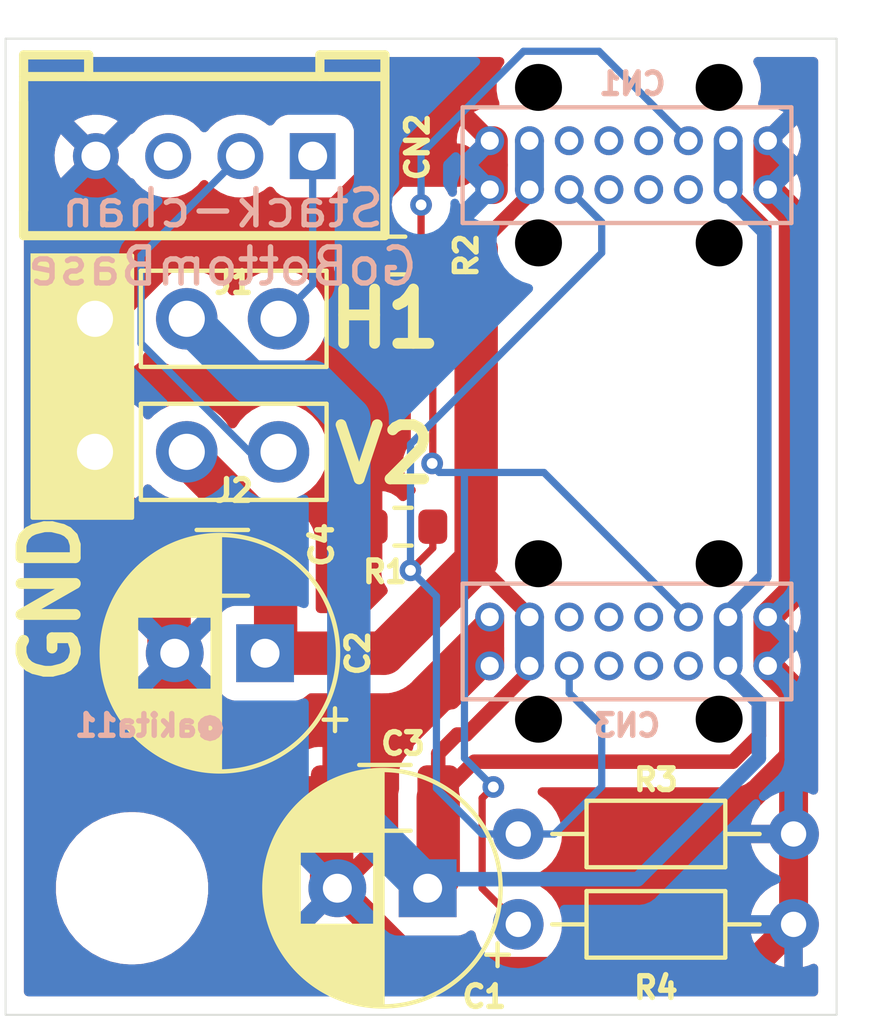
<source format=kicad_pcb>
(kicad_pcb (version 20211014) (generator pcbnew)
  (layers (0 "F.Cu" signal) (31 "B.Cu" signal) (34 "B.Paste" user) (35 "F.Paste" user) (36 "B.SilkS" user "B.Silkscreen") (37 "F.SilkS" user "F.Silkscreen") (38 "B.Mask" user) (39 "F.Mask" user) (44 "Edge.Cuts" user))
  (net 0 "")
  (net 1 "+5V")
  (net 2 "GND")
  (net 3 "/SV1")
  (net 4 "/SV2")
  (net 5 "Net-(CN1-PadA5)")
  (net 9 "Net-(CN1-PadB5)")
  (footprint "akita:CON_GROVE_V" (layer "F.Cu") (at 5.5 3.25 180)
    (fp_text reference "CN2" (at -6.25 1.25 90) (layer "F.SilkS") (effects (font (size 0.6 0.6)) (justify right bottom)))
    (fp_text value "CON_GROVE")
    (fp_line (start -5 -2.2) (end 5 -2.2) (layer "F.SilkS") (width 0.254))
    (fp_line (start 3.2 2.8) (end 5 2.8) (layer "F.SilkS") (width 0.254))
    (fp_line (start -3.2 2.2) (end 3.2 2.2) (layer "F.SilkS") (width 0.254))
    (fp_line (start 3.2 2.2) (end 3.2 2.8) (layer "F.SilkS") (width 0.254))
    (fp_line (start -5 2.2) (end -5 2.8) (layer "F.SilkS") (width 0.254))
    (fp_line (start -3.2 2.8) (end -3.2 2.2) (layer "F.SilkS") (width 0.254))
    (fp_line (start 5 -1.5) (end 5 1.5) (layer "F.SilkS") (width 0.254))
    (fp_line (start -5 -2.2) (end -5 2.2) (layer "F.SilkS") (width 0.254))
    (fp_line (start -5 2.8) (end -3.2 2.8) (layer "F.SilkS") (width 0.254))
    (fp_line (start 5 2.8) (end 5 2.2) (layer "F.SilkS") (width 0.254))
    (fp_line (start -5 2.2) (end -3.2 2.2) (layer "F.SilkS") (width 0.254))
    (fp_line (start 5 2.2) (end 5 -2.2) (layer "F.SilkS") (width 0.254))
    (fp_line (start -5 -1) (end -5 1) (layer "F.SilkS") (width 0.127))
    (fp_line (start 3.2 2.2) (end 5 2.2) (layer "F.SilkS") (width 0.254))
    (pad "1" thru_hole rect locked (at -3 0 180) (size 1.27 1.27) (drill 0.8) (layers *.Cu *.Mask) (net 3 "/SV1"))
    (pad "2" thru_hole circle locked (at -1 0 180) (size 1.27 1.27) (drill 0.8) (layers *.Cu *.Mask) (net 4 "/SV2"))
    (pad "3" thru_hole circle locked (at 1 0 180) (size 1.27 1.27) (drill 0.8) (layers *.Cu *.Mask))
    (pad "4" thru_hole circle locked (at 3 0 180) (size 1.27 1.27) (drill 0.8) (layers *.Cu *.Mask) (net 2 "GND"))
  )
  (footprint "Capacitor_SMD:C_1206_3216Metric" (layer "F.Cu") (at 10.5 21 180)
    (fp_text reference "C3" (at -0.5 1.5) (layer "F.SilkS") (effects (font (size 0.6 0.6))))
    (fp_text value "100u")
    (fp_line (start -0.711252 -0.91) (end 0.711252 -0.91) (layer "F.SilkS") (width 0.12))
    (fp_line (start -0.711252 0.91) (end 0.711252 0.91) (layer "F.SilkS") (width 0.12))
    (pad "1" smd roundrect locked (at -1.475 0 180) (size 1.15 1.8) (layers "F.Cu" "F.Paste" "F.Mask") (roundrect_rratio 0.2173913043) (net 1 "+5V"))
    (pad "2" smd roundrect locked (at 1.475 0 180) (size 1.15 1.8) (layers "F.Cu" "F.Paste" "F.Mask") (roundrect_rratio 0.2173913043) (net 2 "GND"))
  )
  (footprint "Connector_PinHeader_2.54mm:PinHeader_1x03_P2.54mm_Vertical" (layer "F.Cu") (at 2.475 7.75 90)
    (fp_text reference "J1" (at 1 3.84 180) (layer "F.SilkS") (effects (font (size 0.6 0.6))))
    (fp_text value "Conn_01x03")
    (fp_line (start 1.33 1.27) (end 1.33 6.41) (layer "F.SilkS") (width 0.12))
    (fp_line (start -1.33 -1.33) (end 0 -1.33) (layer "F.SilkS") (width 0.12))
    (fp_line (start -1.33 1.27) (end 1.33 1.27) (layer "F.SilkS") (width 0.12))
    (fp_line (start -1.33 6.41) (end 1.33 6.41) (layer "F.SilkS") (width 0.12))
    (fp_line (start -1.33 0) (end -1.33 -1.33) (layer "F.SilkS") (width 0.12))
    (fp_line (start -1.33 1.27) (end -1.33 6.41) (layer "F.SilkS") (width 0.12))
    (pad "1" thru_hole rect locked (at 0 0 90) (size 1.7 1.7) (drill 1) (layers *.Cu *.Mask) (net 2 "GND"))
    (pad "2" thru_hole oval locked (at 0 2.54 90) (size 1.7 1.7) (drill 1) (layers *.Cu *.Mask) (net 1 "+5V"))
    (pad "3" thru_hole oval locked (at 0 5.08 90) (size 1.7 1.7) (drill 1) (layers *.Cu *.Mask) (net 3 "/SV1"))
  )
  (footprint "Resistor_SMD:R_0603_1608Metric" (layer "F.Cu") (at 10.825 6 180)
    (fp_text reference "R2" (at -1.925 0 90) (layer "F.SilkS") (effects (font (size 0.6 0.6))))
    (fp_text value "5.1k")
    (fp_line (start -0.237258 -0.5225) (end 0.237258 -0.5225) (layer "F.SilkS") (width 0.12))
    (fp_line (start -0.237258 0.5225) (end 0.237258 0.5225) (layer "F.SilkS") (width 0.12))
    (pad "1" smd roundrect locked (at -0.825 0 180) (size 0.8 0.95) (layers "F.Cu" "F.Paste" "F.Mask") (net 5 "Net-(CN1-PadA5)"))
    (pad "2" smd roundrect locked (at 0.825 0 180) (size 0.8 0.95) (layers "F.Cu" "F.Paste" "F.Mask") (net 2 "GND"))
  )
  (footprint "Capacitor_THT:CP_Radial_D6.3mm_P2.50mm" (layer "F.Cu") (at 7.18238 17 180)
    (fp_text reference "C2" (at -2.56762 0 90) (layer "F.SilkS") (effects (font (size 0.6 0.6))))
    (fp_text value "100u")
    (fp_line (start 3.211 1.04) (end 3.211 2.578) (layer "F.SilkS") (width 0.12))
    (fp_line (start 2.851 1.04) (end 2.851 2.812) (layer "F.SilkS") (width 0.12))
    (fp_line (start 4.251 -1.262) (end 4.251 1.262) (layer "F.SilkS") (width 0.12))
    (fp_line (start 3.131 1.04) (end 3.131 2.636) (layer "F.SilkS") (width 0.12))
    (fp_line (start 1.25 -3.23) (end 1.25 3.23) (layer "F.SilkS") (width 0.12))
    (fp_line (start 3.691 -2.137) (end 3.691 2.137) (layer "F.SilkS") (width 0.12))
    (fp_line (start 2.371 1.04) (end 2.371 3.033) (layer "F.SilkS") (width 0.12))
    (fp_line (start 2.731 1.04) (end 2.731 2.876) (layer "F.SilkS") (width 0.12))
    (fp_line (start 3.771 -2.044) (end 3.771 2.044) (layer "F.SilkS") (width 0.12))
    (fp_line (start 2.491 1.04) (end 2.491 2.986) (layer "F.SilkS") (width 0.12))
    (fp_line (start 2.371 -3.033) (end 2.371 -1.04) (layer "F.SilkS") (width 0.12))
    (fp_line (start 3.811 -1.995) (end 3.811 1.995) (layer "F.SilkS") (width 0.12))
    (fp_line (start 3.731 -2.092) (end 3.731 2.092) (layer "F.SilkS") (width 0.12))
    (fp_line (start 2.171 -3.098) (end 2.171 -1.04) (layer "F.SilkS") (width 0.12))
    (fp_line (start 1.29 -3.23) (end 1.29 3.23) (layer "F.SilkS") (width 0.12))
    (fp_line (start 1.45 -3.224) (end 1.45 3.224) (layer "F.SilkS") (width 0.12))
    (fp_line (start 1.65 1.04) (end 1.65 3.206) (layer "F.SilkS") (width 0.12))
    (fp_line (start 2.931 1.04) (end 2.931 2.766) (layer "F.SilkS") (width 0.12))
    (fp_line (start 2.691 -2.896) (end 2.691 -1.04) (layer "F.SilkS") (width 0.12))
    (fp_line (start 3.371 1.04) (end 3.371 2.45) (layer "F.SilkS") (width 0.12))
    (fp_line (start 2.611 1.04) (end 2.611 2.934) (layer "F.SilkS") (width 0.12))
    (fp_line (start 2.331 -3.047) (end 2.331 -1.04) (layer "F.SilkS") (width 0.12))
    (fp_line (start 1.57 1.04) (end 1.57 3.215) (layer "F.SilkS") (width 0.12))
    (fp_line (start 2.651 -2.916) (end 2.651 -1.04) (layer "F.SilkS") (width 0.12))
    (fp_line (start 2.131 -3.11) (end 2.131 -1.04) (layer "F.SilkS") (width 0.12))
    (fp_line (start 2.451 -3.002) (end 2.451 -1.04) (layer "F.SilkS") (width 0.12))
    (fp_line (start 3.211 -2.578) (end 3.211 -1.04) (layer "F.SilkS") (width 0.12))
    (fp_line (start 4.211 -1.35) (end 4.211 1.35) (layer "F.SilkS") (width 0.12))
    (fp_line (start 2.291 -3.061) (end 2.291 -1.04) (layer "F.SilkS") (width 0.12))
    (fp_line (start 2.331 1.04) (end 2.331 3.047) (layer "F.SilkS") (width 0.12))
    (fp_line (start 4.051 -1.65) (end 4.051 1.65) (layer "F.SilkS") (width 0.12))
    (fp_line (start 1.69 -3.201) (end 1.69 -1.04) (layer "F.SilkS") (width 0.12))
    (fp_line (start 3.651 -2.182) (end 3.651 2.182) (layer "F.SilkS") (width 0.12))
    (fp_line (start 3.131 -2.636) (end 3.131 -1.04) (layer "F.SilkS") (width 0.12))
    (fp_line (start 1.53 -3.218) (end 1.53 -1.04) (layer "F.SilkS") (width 0.12))
    (fp_line (start 1.93 1.04) (end 1.93 3.159) (layer "F.SilkS") (width 0.12))
    (fp_line (start 3.011 1.04) (end 3.011 2.716) (layer "F.SilkS") (width 0.12))
    (fp_line (start 2.091 -3.121) (end 2.091 -1.04) (layer "F.SilkS") (width 0.12))
    (fp_line (start 2.571 -2.952) (end 2.571 -1.04) (layer "F.SilkS") (width 0.12))
    (fp_line (start 2.971 -2.742) (end 2.971 -1.04) (layer "F.SilkS") (width 0.12))
    (fp_line (start 3.251 1.04) (end 3.251 2.548) (layer "F.SilkS") (width 0.12))
    (fp_line (start 4.411 -0.802) (end 4.411 0.802) (layer "F.SilkS") (width 0.12))
    (fp_line (start 2.731 -2.876) (end 2.731 -1.04) (layer "F.SilkS") (width 0.12))
    (fp_line (start 3.611 -2.224) (end 3.611 2.224) (layer "F.SilkS") (width 0.12))
    (fp_line (start 3.451 1.04) (end 3.451 2.38) (layer "F.SilkS") (width 0.12))
    (fp_line (start 1.73 1.04) (end 1.73 3.195) (layer "F.SilkS") (width 0.12))
    (fp_line (start 4.291 -1.165) (end 4.291 1.165) (layer "F.SilkS") (width 0.12))
    (fp_line (start 1.89 1.04) (end 1.89 3.167) (layer "F.SilkS") (width 0.12))
    (fp_line (start 3.291 -2.516) (end 3.291 -1.04) (layer "F.SilkS") (width 0.12))
    (fp_line (start 2.411 1.04) (end 2.411 3.018) (layer "F.SilkS") (width 0.12))
    (fp_line (start 1.77 -3.189) (end 1.77 -1.04) (layer "F.SilkS") (width 0.12))
    (fp_line (start 1.85 1.04) (end 1.85 3.175) (layer "F.SilkS") (width 0.12))
    (fp_line (start 3.051 1.04) (end 3.051 2.69) (layer "F.SilkS") (width 0.12))
    (fp_line (start 1.61 -3.211) (end 1.61 -1.04) (layer "F.SilkS") (width 0.12))
    (fp_line (start 3.491 1.04) (end 3.491 2.343) (layer "F.SilkS") (width 0.12))
    (fp_line (start 1.81 1.04) (end 1.81 3.182) (layer "F.SilkS") (width 0.12))
    (fp_line (start 3.571 -2.265) (end 3.571 2.265) (layer "F.SilkS") (width 0.12))
    (fp_line (start 3.531 -2.305) (end 3.531 -1.04) (layer "F.SilkS") (width 0.12))
    (fp_line (start 4.451 -0.633) (end 4.451 0.633) (layer "F.SilkS") (width 0.12))
    (fp_line (start 2.251 -3.074) (end 2.251 -1.04) (layer "F.SilkS") (width 0.12))
    (fp_line (start 3.971 -1.776) (end 3.971 1.776) (layer "F.SilkS") (width 0.12))
    (fp_line (start -2.250241 -1.839) (end -1.620241 -1.839) (layer "F.SilkS") (width 0.12))
    (fp_line (start 2.251 1.04) (end 2.251 3.074) (layer "F.SilkS") (width 0.12))
    (fp_line (start 1.73 -3.195) (end 1.73 -1.04) (layer "F.SilkS") (width 0.12))
    (fp_line (start 3.531 1.04) (end 3.531 2.305) (layer "F.SilkS") (width 0.12))
    (fp_line (start 3.171 1.04) (end 3.171 2.607) (layer "F.SilkS") (width 0.12))
    (fp_line (start 4.371 -0.94) (end 4.371 0.94) (layer "F.SilkS") (width 0.12))
    (fp_line (start 3.371 -2.45) (end 3.371 -1.04) (layer "F.SilkS") (width 0.12))
    (fp_line (start 1.69 1.04) (end 1.69 3.201) (layer "F.SilkS") (width 0.12))
    (fp_line (start 2.531 1.04) (end 2.531 2.97) (layer "F.SilkS") (width 0.12))
    (fp_line (start 2.891 1.04) (end 2.891 2.79) (layer "F.SilkS") (width 0.12))
    (fp_line (start 1.971 -3.15) (end 1.971 -1.04) (layer "F.SilkS") (width 0.12))
    (fp_line (start 2.211 1.04) (end 2.211 3.086) (layer "F.SilkS") (width 0.12))
    (fp_line (start 2.531 -2.97) (end 2.531 -1.04) (layer "F.SilkS") (width 0.12))
    (fp_line (start 4.331 -1.059) (end 4.331 1.059) (layer "F.SilkS") (width 0.12))
    (fp_line (start 4.091 -1.581) (end 4.091 1.581) (layer "F.SilkS") (width 0.12))
    (fp_line (start 2.171 1.04) (end 2.171 3.098) (layer "F.SilkS") (width 0.12))
    (fp_line (start 3.051 -2.69) (end 3.051 -1.04) (layer "F.SilkS") (width 0.12))
    (fp_line (start 4.011 -1.714) (end 4.011 1.714) (layer "F.SilkS") (width 0.12))
    (fp_line (start 2.971 1.04) (end 2.971 2.742) (layer "F.SilkS") (width 0.12))
    (fp_line (start 3.931 -1.834) (end 3.931 1.834) (layer "F.SilkS") (width 0.12))
    (fp_line (start 2.211 -3.086) (end 2.211 -1.04) (layer "F.SilkS") (width 0.12))
    (fp_line (start -1.935241 -2.154) (end -1.935241 -1.524) (layer "F.SilkS") (width 0.12))
    (fp_line (start 1.49 -3.222) (end 1.49 -1.04) (layer "F.SilkS") (width 0.12))
    (fp_line (start 1.41 -3.227) (end 1.41 3.227) (layer "F.SilkS") (width 0.12))
    (fp_line (start 1.89 -3.167) (end 1.89 -1.04) (layer "F.SilkS") (width 0.12))
    (fp_line (start 3.331 -2.484) (end 3.331 -1.04) (layer "F.SilkS") (width 0.12))
    (fp_line (start 3.451 -2.38) (end 3.451 -1.04) (layer "F.SilkS") (width 0.12))
    (fp_line (start 2.411 -3.018) (end 2.411 -1.04) (layer "F.SilkS") (width 0.12))
    (fp_line (start 4.131 -1.509) (end 4.131 1.509) (layer "F.SilkS") (width 0.12))
    (fp_line (start 3.251 -2.548) (end 3.251 -1.04) (layer "F.SilkS") (width 0.12))
    (fp_line (start 3.091 1.04) (end 3.091 2.664) (layer "F.SilkS") (width 0.12))
    (fp_line (start 2.131 1.04) (end 2.131 3.11) (layer "F.SilkS") (width 0.12))
    (fp_line (start 1.61 1.04) (end 1.61 3.211) (layer "F.SilkS") (width 0.12))
    (fp_line (start 3.011 -2.716) (end 3.011 -1.04) (layer "F.SilkS") (width 0.12))
    (fp_line (start 4.171 -1.432) (end 4.171 1.432) (layer "F.SilkS") (width 0.12))
    (fp_line (start 1.49 1.04) (end 1.49 3.222) (layer "F.SilkS") (width 0.12))
    (fp_line (start 1.37 -3.228) (end 1.37 3.228) (layer "F.SilkS") (width 0.12))
    (fp_line (start 3.411 1.04) (end 3.411 2.416) (layer "F.SilkS") (width 0.12))
    (fp_line (start 3.091 -2.664) (end 3.091 -1.04) (layer "F.SilkS") (width 0.12))
    (fp_line (start 4.491 -0.402) (end 4.491 0.402) (layer "F.SilkS") (width 0.12))
    (fp_line (start 2.011 -3.141) (end 2.011 -1.04) (layer "F.SilkS") (width 0.12))
    (fp_line (start 1.65 -3.206) (end 1.65 -1.04) (layer "F.SilkS") (width 0.12))
    (fp_line (start 2.051 -3.131) (end 2.051 -1.04) (layer "F.SilkS") (width 0.12))
    (fp_line (start 3.891 -1.89) (end 3.891 1.89) (layer "F.SilkS") (width 0.12))
    (fp_line (start 1.57 -3.215) (end 1.57 -1.04) (layer "F.SilkS") (width 0.12))
    (fp_line (start 1.81 -3.182) (end 1.81 -1.04) (layer "F.SilkS") (width 0.12))
    (fp_line (start 3.411 -2.416) (end 3.411 -1.04) (layer "F.SilkS") (width 0.12))
    (fp_line (start 2.451 1.04) (end 2.451 3.002) (layer "F.SilkS") (width 0.12))
    (fp_line (start 2.891 -2.79) (end 2.891 -1.04) (layer "F.SilkS") (width 0.12))
    (fp_line (start 2.011 1.04) (end 2.011 3.141) (layer "F.SilkS") (width 0.12))
    (fp_line (start 2.811 1.04) (end 2.811 2.834) (layer "F.SilkS") (width 0.12))
    (fp_line (start 2.571 1.04) (end 2.571 2.952) (layer "F.SilkS") (width 0.12))
    (fp_line (start 1.77 1.04) (end 1.77 3.189) (layer "F.SilkS") (width 0.12))
    (fp_line (start 1.85 -3.175) (end 1.85 -1.04) (layer "F.SilkS") (width 0.12))
    (fp_line (start 1.93 -3.159) (end 1.93 -1.04) (layer "F.SilkS") (width 0.12))
    (fp_line (start 2.691 1.04) (end 2.691 2.896) (layer "F.SilkS") (width 0.12))
    (fp_line (start 2.811 -2.834) (end 2.811 -1.04) (layer "F.SilkS") (width 0.12))
    (fp_line (start 3.851 -1.944) (end 3.851 1.944) (layer "F.SilkS") (width 0.12))
    (fp_line (start 2.051 1.04) (end 2.051 3.131) (layer "F.SilkS") (width 0.12))
    (fp_line (start 2.291 1.04) (end 2.291 3.061) (layer "F.SilkS") (width 0.12))
    (fp_line (start 1.53 1.04) (end 1.53 3.218) (layer "F.SilkS") (width 0.12))
    (fp_line (start 1.33 -3.23) (end 1.33 3.23) (layer "F.SilkS") (width 0.12))
    (fp_line (start 2.091 1.04) (end 2.091 3.121) (layer "F.SilkS") (width 0.12))
    (fp_line (start 2.851 -2.812) (end 2.851 -1.04) (layer "F.SilkS") (width 0.12))
    (fp_line (start 2.491 -2.986) (end 2.491 -1.04) (layer "F.SilkS") (width 0.12))
    (fp_line (start 3.291 1.04) (end 3.291 2.516) (layer "F.SilkS") (width 0.12))
    (fp_line (start 2.611 -2.934) (end 2.611 -1.04) (layer "F.SilkS") (width 0.12))
    (fp_line (start 2.771 1.04) (end 2.771 2.856) (layer "F.SilkS") (width 0.12))
    (fp_line (start 2.651 1.04) (end 2.651 2.916) (layer "F.SilkS") (width 0.12))
    (fp_line (start 2.771 -2.856) (end 2.771 -1.04) (layer "F.SilkS") (width 0.12))
    (fp_line (start 2.931 -2.766) (end 2.931 -1.04) (layer "F.SilkS") (width 0.12))
    (fp_line (start 3.331 1.04) (end 3.331 2.484) (layer "F.SilkS") (width 0.12))
    (fp_line (start 3.171 -2.607) (end 3.171 -1.04) (layer "F.SilkS") (width 0.12))
    (fp_line (start 3.491 -2.343) (end 3.491 -1.04) (layer "F.SilkS") (width 0.12))
    (fp_line (start 1.971 1.04) (end 1.971 3.15) (layer "F.SilkS") (width 0.12))
    (fp_circle (center 1.25 0) (end 4.52 0) (layer "F.SilkS") (width 0.12) (fill none))
    (pad "1" thru_hole rect locked (at 0 0 180) (size 1.6 1.6) (drill 0.8) (layers *.Cu *.Mask) (net 1 "+5V"))
    (pad "2" thru_hole circle locked (at 2.5 0 180) (size 1.6 1.6) (drill 0.8) (layers *.Cu *.Mask) (net 2 "GND"))
  )
  (footprint "MountingHole:MountingHole_3.2mm_M3" (layer "F.Cu") (at 17 10)
    (fp_text reference "REF**" hide)
    (fp_text value "MountingHole_3.2mm_M3" hide)
    (pad "" np_thru_hole circle locked (at 0 0) (size 3.2 3.2) (drill 3.2) (layers *.Cu *.Mask))
  )
  (footprint "Resistor_THT:R_Axial_DIN0204_L3.6mm_D1.6mm_P7.62mm_Horizontal" (layer "F.Cu") (at 14.19 22)
    (fp_text reference "R3" (at 3.81 -1.5) (layer "F.SilkS") (effects (font (size 0.6 0.6))))
    (fp_text value "5.1k")
    (fp_line (start 5.73 0.92) (end 5.73 -0.92) (layer "F.SilkS") (width 0.12))
    (fp_line (start 5.73 -0.92) (end 1.89 -0.92) (layer "F.SilkS") (width 0.12))
    (fp_line (start 0.94 0) (end 1.89 0) (layer "F.SilkS") (width 0.12))
    (fp_line (start 6.68 0) (end 5.73 0) (layer "F.SilkS") (width 0.12))
    (fp_line (start 1.89 -0.92) (end 1.89 0.92) (layer "F.SilkS") (width 0.12))
    (fp_line (start 1.89 0.92) (end 5.73 0.92) (layer "F.SilkS") (width 0.12))
    (pad "1" thru_hole circle locked (at 0 0) (size 1.4 1.4) (drill 0.7) (layers *.Cu *.Mask) (net 9 "Net-(CN1-PadB5)"))
    (pad "2" thru_hole oval locked (at 7.62 0) (size 1.4 1.4) (drill 0.7) (layers *.Cu *.Mask) (net 2 "GND"))
  )
  (footprint "MountingHole:MountingHole_3.2mm_M3" (layer "F.Cu") (at 3.5 23.5)
    (fp_text reference "REF**" hide)
    (fp_text value "MountingHole_3.2mm_M3" hide)
    (pad "" np_thru_hole circle locked (at 0 0) (size 3.2 3.2) (drill 3.2) (layers *.Cu *.Mask))
  )
  (footprint "Resistor_THT:R_Axial_DIN0204_L3.6mm_D1.6mm_P7.62mm_Horizontal" (layer "F.Cu") (at 14.19 24.5)
    (fp_text reference "R4" (at 3.81 1.75) (layer "F.SilkS") (effects (font (size 0.6 0.6))))
    (fp_text value "5.1k")
    (fp_line (start 5.73 0.92) (end 5.73 -0.92) (layer "F.SilkS") (width 0.12))
    (fp_line (start 0.94 0) (end 1.89 0) (layer "F.SilkS") (width 0.12))
    (fp_line (start 6.68 0) (end 5.73 0) (layer "F.SilkS") (width 0.12))
    (fp_line (start 1.89 -0.92) (end 1.89 0.92) (layer "F.SilkS") (width 0.12))
    (fp_line (start 1.89 0.92) (end 5.73 0.92) (layer "F.SilkS") (width 0.12))
    (fp_line (start 5.73 -0.92) (end 1.89 -0.92) (layer "F.SilkS") (width 0.12))
    (pad "1" thru_hole circle locked (at 0 0) (size 1.4 1.4) (drill 0.7) (layers *.Cu *.Mask) (net 5 "Net-(CN1-PadA5)"))
    (pad "2" thru_hole oval locked (at 7.62 0) (size 1.4 1.4) (drill 0.7) (layers *.Cu *.Mask) (net 2 "GND"))
  )
  (footprint "Capacitor_SMD:C_1206_3216Metric" (layer "F.Cu") (at 6 14.5 180)
    (fp_text reference "C4" (at -2.75 0.5 90) (layer "F.SilkS") (effects (font (size 0.6 0.6))))
    (fp_text value "100u")
    (fp_line (start -0.711252 -0.91) (end 0.711252 -0.91) (layer "F.SilkS") (width 0.12))
    (fp_line (start -0.711252 0.91) (end 0.711252 0.91) (layer "F.SilkS") (width 0.12))
    (pad "1" smd roundrect locked (at -1.475 0 180) (size 1.15 1.8) (layers "F.Cu" "F.Paste" "F.Mask") (roundrect_rratio 0.2173913043) (net 1 "+5V"))
    (pad "2" smd roundrect locked (at 1.475 0 180) (size 1.15 1.8) (layers "F.Cu" "F.Paste" "F.Mask") (roundrect_rratio 0.2173913043) (net 2 "GND"))
  )
  (footprint "Capacitor_THT:CP_Radial_D6.3mm_P2.50mm" (layer "F.Cu") (at 11.68238 23.5 180)
    (fp_text reference "C1" (at -1.56762 -3) (layer "F.SilkS") (effects (font (size 0.6 0.6))))
    (fp_text value "100u")
    (fp_line (start 2.651 1.04) (end 2.651 2.916) (layer "F.SilkS") (width 0.12))
    (fp_line (start 1.69 -3.201) (end 1.69 -1.04) (layer "F.SilkS") (width 0.12))
    (fp_line (start 2.891 -2.79) (end 2.891 -1.04) (layer "F.SilkS") (width 0.12))
    (fp_line (start 1.61 1.04) (end 1.61 3.211) (layer "F.SilkS") (width 0.12))
    (fp_line (start 1.85 -3.175) (end 1.85 -1.04) (layer "F.SilkS") (width 0.12))
    (fp_line (start 3.091 -2.664) (end 3.091 -1.04) (layer "F.SilkS") (width 0.12))
    (fp_line (start 4.331 -1.059) (end 4.331 1.059) (layer "F.SilkS") (width 0.12))
    (fp_line (start 3.611 -2.224) (end 3.611 2.224) (layer "F.SilkS") (width 0.12))
    (fp_line (start 2.851 -2.812) (end 2.851 -1.04) (layer "F.SilkS") (width 0.12))
    (fp_line (start 2.691 1.04) (end 2.691 2.896) (layer "F.SilkS") (width 0.12))
    (fp_line (start 3.771 -2.044) (end 3.771 2.044) (layer "F.SilkS") (width 0.12))
    (fp_line (start 2.171 1.04) (end 2.171 3.098) (layer "F.SilkS") (width 0.12))
    (fp_line (start 3.371 -2.45) (end 3.371 -1.04) (layer "F.SilkS") (width 0.12))
    (fp_line (start 1.61 -3.211) (end 1.61 -1.04) (layer "F.SilkS") (width 0.12))
    (fp_line (start 2.091 -3.121) (end 2.091 -1.04) (layer "F.SilkS") (width 0.12))
    (fp_line (start 2.291 -3.061) (end 2.291 -1.04) (layer "F.SilkS") (width 0.12))
    (fp_line (start 3.091 1.04) (end 3.091 2.664) (layer "F.SilkS") (width 0.12))
    (fp_line (start 1.73 -3.195) (end 1.73 -1.04) (layer "F.SilkS") (width 0.12))
    (fp_line (start 3.251 -2.548) (end 3.251 -1.04) (layer "F.SilkS") (width 0.12))
    (fp_line (start 2.891 1.04) (end 2.891 2.79) (layer "F.SilkS") (width 0.12))
    (fp_line (start 2.491 1.04) (end 2.491 2.986) (layer "F.SilkS") (width 0.12))
    (fp_line (start 1.65 1.04) (end 1.65 3.206) (layer "F.SilkS") (width 0.12))
    (fp_line (start 1.77 1.04) (end 1.77 3.189) (layer "F.SilkS") (width 0.12))
    (fp_line (start 4.091 -1.581) (end 4.091 1.581) (layer "F.SilkS") (width 0.12))
    (fp_line (start 4.171 -1.432) (end 4.171 1.432) (layer "F.SilkS") (width 0.12))
    (fp_line (start 2.051 1.04) (end 2.051 3.131) (layer "F.SilkS") (width 0.12))
    (fp_line (start 2.411 1.04) (end 2.411 3.018) (layer "F.SilkS") (width 0.12))
    (fp_line (start 3.211 1.04) (end 3.211 2.578) (layer "F.SilkS") (width 0.12))
    (fp_line (start 4.411 -0.802) (end 4.411 0.802) (layer "F.SilkS") (width 0.12))
    (fp_line (start 1.93 -3.159) (end 1.93 -1.04) (layer "F.SilkS") (width 0.12))
    (fp_line (start 2.731 -2.876) (end 2.731 -1.04) (layer "F.SilkS") (width 0.12))
    (fp_line (start 3.531 1.04) (end 3.531 2.305) (layer "F.SilkS") (width 0.12))
    (fp_line (start 4.251 -1.262) (end 4.251 1.262) (layer "F.SilkS") (width 0.12))
    (fp_line (start 3.651 -2.182) (end 3.651 2.182) (layer "F.SilkS") (width 0.12))
    (fp_line (start 2.771 -2.856) (end 2.771 -1.04) (layer "F.SilkS") (width 0.12))
    (fp_line (start 4.131 -1.509) (end 4.131 1.509) (layer "F.SilkS") (width 0.12))
    (fp_line (start 2.091 1.04) (end 2.091 3.121) (layer "F.SilkS") (width 0.12))
    (fp_line (start 2.971 -2.742) (end 2.971 -1.04) (layer "F.SilkS") (width 0.12))
    (fp_line (start 3.411 1.04) (end 3.411 2.416) (layer "F.SilkS") (width 0.12))
    (fp_line (start 1.57 -3.215) (end 1.57 -1.04) (layer "F.SilkS") (width 0.12))
    (fp_line (start 2.491 -2.986) (end 2.491 -1.04) (layer "F.SilkS") (width 0.12))
    (fp_line (start 2.131 -3.11) (end 2.131 -1.04) (layer "F.SilkS") (width 0.12))
    (fp_line (start 2.971 1.04) (end 2.971 2.742) (layer "F.SilkS") (width 0.12))
    (fp_line (start 3.571 -2.265) (end 3.571 2.265) (layer "F.SilkS") (width 0.12))
    (fp_line (start 3.171 -2.607) (end 3.171 -1.04) (layer "F.SilkS") (width 0.12))
    (fp_line (start 2.171 -3.098) (end 2.171 -1.04) (layer "F.SilkS") (width 0.12))
    (fp_line (start 1.81 -3.182) (end 1.81 -1.04) (layer "F.SilkS") (width 0.12))
    (fp_line (start 3.971 -1.776) (end 3.971 1.776) (layer "F.SilkS") (width 0.12))
    (fp_line (start 2.691 -2.896) (end 2.691 -1.04) (layer "F.SilkS") (width 0.12))
    (fp_line (start 2.011 -3.141) (end 2.011 -1.04) (layer "F.SilkS") (width 0.12))
    (fp_line (start 2.931 -2.766) (end 2.931 -1.04) (layer "F.SilkS") (width 0.12))
    (fp_line (start 2.331 1.04) (end 2.331 3.047) (layer "F.SilkS") (width 0.12))
    (fp_line (start 1.65 -3.206) (end 1.65 -1.04) (layer "F.SilkS") (width 0.12))
    (fp_line (start 1.85 1.04) (end 1.85 3.175) (layer "F.SilkS") (width 0.12))
    (fp_line (start -2.250241 -1.839) (end -1.620241 -1.839) (layer "F.SilkS") (width 0.12))
    (fp_line (start 1.53 1.04) (end 1.53 3.218) (layer "F.SilkS") (width 0.12))
    (fp_line (start 3.731 -2.092) (end 3.731 2.092) (layer "F.SilkS") (width 0.12))
    (fp_line (start 3.331 -2.484) (end 3.331 -1.04) (layer "F.SilkS") (width 0.12))
    (fp_line (start 3.291 1.04) (end 3.291 2.516) (layer "F.SilkS") (width 0.12))
    (fp_line (start -1.935241 -2.154) (end -1.935241 -1.524) (layer "F.SilkS") (width 0.12))
    (fp_line (start 3.011 1.04) (end 3.011 2.716) (layer "F.SilkS") (width 0.12))
    (fp_line (start 3.171 1.04) (end 3.171 2.607) (layer "F.SilkS") (width 0.12))
    (fp_line (start 2.651 -2.916) (end 2.651 -1.04) (layer "F.SilkS") (width 0.12))
    (fp_line (start 3.211 -2.578) (end 3.211 -1.04) (layer "F.SilkS") (width 0.12))
    (fp_line (start 3.331 1.04) (end 3.331 2.484) (layer "F.SilkS") (width 0.12))
    (fp_line (start 2.051 -3.131) (end 2.051 -1.04) (layer "F.SilkS") (width 0.12))
    (fp_line (start 1.33 -3.23) (end 1.33 3.23) (layer "F.SilkS") (width 0.12))
    (fp_line (start 3.691 -2.137) (end 3.691 2.137) (layer "F.SilkS") (width 0.12))
    (fp_line (start 2.371 -3.033) (end 2.371 -1.04) (layer "F.SilkS") (width 0.12))
    (fp_line (start 1.53 -3.218) (end 1.53 -1.04) (layer "F.SilkS") (width 0.12))
    (fp_line (start 4.451 -0.633) (end 4.451 0.633) (layer "F.SilkS") (width 0.12))
    (fp_line (start 2.571 1.04) (end 2.571 2.952) (layer "F.SilkS") (width 0.12))
    (fp_line (start 2.531 -2.97) (end 2.531 -1.04) (layer "F.SilkS") (width 0.12))
    (fp_line (start 2.811 -2.834) (end 2.811 -1.04) (layer "F.SilkS") (width 0.12))
    (fp_line (start 3.931 -1.834) (end 3.931 1.834) (layer "F.SilkS") (width 0.12))
    (fp_line (start 4.051 -1.65) (end 4.051 1.65) (layer "F.SilkS") (width 0.12))
    (fp_line (start 2.371 1.04) (end 2.371 3.033) (layer "F.SilkS") (width 0.12))
    (fp_line (start 3.451 -2.38) (end 3.451 -1.04) (layer "F.SilkS") (width 0.12))
    (fp_line (start 1.49 1.04) (end 1.49 3.222) (layer "F.SilkS") (width 0.12))
    (fp_line (start 3.531 -2.305) (end 3.531 -1.04) (layer "F.SilkS") (width 0.12))
    (fp_line (start 3.131 1.04) (end 3.131 2.636) (layer "F.SilkS") (width 0.12))
    (fp_line (start 3.131 -2.636) (end 3.131 -1.04) (layer "F.SilkS") (width 0.12))
    (fp_line (start 3.051 -2.69) (end 3.051 -1.04) (layer "F.SilkS") (width 0.12))
    (fp_line (start 2.571 -2.952) (end 2.571 -1.04) (layer "F.SilkS") (width 0.12))
    (fp_line (start 1.971 1.04) (end 1.971 3.15) (layer "F.SilkS") (width 0.12))
    (fp_line (start 3.891 -1.89) (end 3.891 1.89) (layer "F.SilkS") (width 0.12))
    (fp_line (start 1.41 -3.227) (end 1.41 3.227) (layer "F.SilkS") (width 0.12))
    (fp_line (start 2.771 1.04) (end 2.771 2.856) (layer "F.SilkS") (width 0.12))
    (fp_line (start 3.491 -2.343) (end 3.491 -1.04) (layer "F.SilkS") (width 0.12))
    (fp_line (start 1.89 -3.167) (end 1.89 -1.04) (layer "F.SilkS") (width 0.12))
    (fp_line (start 2.291 1.04) (end 2.291 3.061) (layer "F.SilkS") (width 0.12))
    (fp_line (start 1.93 1.04) (end 1.93 3.159) (layer "F.SilkS") (width 0.12))
    (fp_line (start 1.89 1.04) (end 1.89 3.167) (layer "F.SilkS") (width 0.12))
    (fp_line (start 2.331 -3.047) (end 2.331 -1.04) (layer "F.SilkS") (width 0.12))
    (fp_line (start 2.251 -3.074) (end 2.251 -1.04) (layer "F.SilkS") (width 0.12))
    (fp_line (start 1.37 -3.228) (end 1.37 3.228) (layer "F.SilkS") (width 0.12))
    (fp_line (start 2.131 1.04) (end 2.131 3.11) (layer "F.SilkS") (width 0.12))
    (fp_line (start 4.011 -1.714) (end 4.011 1.714) (layer "F.SilkS") (width 0.12))
    (fp_line (start 1.81 1.04) (end 1.81 3.182) (layer "F.SilkS") (width 0.12))
    (fp_line (start 1.49 -3.222) (end 1.49 -1.04) (layer "F.SilkS") (width 0.12))
    (fp_line (start 1.971 -3.15) (end 1.971 -1.04) (layer "F.SilkS") (width 0.12))
    (fp_line (start 2.931 1.04) (end 2.931 2.766) (layer "F.SilkS") (width 0.12))
    (fp_line (start 3.811 -1.995) (end 3.811 1.995) (layer "F.SilkS") (width 0.12))
    (fp_line (start 1.45 -3.224) (end 1.45 3.224) (layer "F.SilkS") (width 0.12))
    (fp_line (start 2.451 1.04) (end 2.451 3.002) (layer "F.SilkS") (width 0.12))
    (fp_line (start 2.251 1.04) (end 2.251 3.074) (layer "F.SilkS") (width 0.12))
    (fp_line (start 3.371 1.04) (end 3.371 2.45) (layer "F.SilkS") (width 0.12))
    (fp_line (start 3.411 -2.416) (end 3.411 -1.04) (layer "F.SilkS") (width 0.12))
    (fp_line (start 3.051 1.04) (end 3.051 2.69) (layer "F.SilkS") (width 0.12))
    (fp_line (start 4.371 -0.94) (end 4.371 0.94) (layer "F.SilkS") (width 0.12))
    (fp_line (start 1.25 -3.23) (end 1.25 3.23) (layer "F.SilkS") (width 0.12))
    (fp_line (start 1.29 -3.23) (end 1.29 3.23) (layer "F.SilkS") (width 0.12))
    (fp_line (start 1.77 -3.189) (end 1.77 -1.04) (layer "F.SilkS") (width 0.12))
    (fp_line (start 1.73 1.04) (end 1.73 3.195) (layer "F.SilkS") (width 0.12))
    (fp_line (start 4.211 -1.35) (end 4.211 1.35) (layer "F.SilkS") (width 0.12))
    (fp_line (start 2.611 1.04) (end 2.611 2.934) (layer "F.SilkS") (width 0.12))
    (fp_line (start 2.011 1.04) (end 2.011 3.141) (layer "F.SilkS") (width 0.12))
    (fp_line (start 2.851 1.04) (end 2.851 2.812) (layer "F.SilkS") (width 0.12))
    (fp_line (start 4.291 -1.165) (end 4.291 1.165) (layer "F.SilkS") (width 0.12))
    (fp_line (start 2.611 -2.934) (end 2.611 -1.04) (layer "F.SilkS") (width 0.12))
    (fp_line (start 1.57 1.04) (end 1.57 3.215) (layer "F.SilkS") (width 0.12))
    (fp_line (start 2.211 -3.086) (end 2.211 -1.04) (layer "F.SilkS") (width 0.12))
    (fp_line (start 2.531 1.04) (end 2.531 2.97) (layer "F.SilkS") (width 0.12))
    (fp_line (start 2.411 -3.018) (end 2.411 -1.04) (layer "F.SilkS") (width 0.12))
    (fp_line (start 3.291 -2.516) (end 3.291 -1.04) (layer "F.SilkS") (width 0.12))
    (fp_line (start 2.451 -3.002) (end 2.451 -1.04) (layer "F.SilkS") (width 0.12))
    (fp_line (start 1.69 1.04) (end 1.69 3.201) (layer "F.SilkS") (width 0.12))
    (fp_line (start 3.251 1.04) (end 3.251 2.548) (layer "F.SilkS") (width 0.12))
    (fp_line (start 3.491 1.04) (end 3.491 2.343) (layer "F.SilkS") (width 0.12))
    (fp_line (start 2.731 1.04) (end 2.731 2.876) (layer "F.SilkS") (width 0.12))
    (fp_line (start 3.451 1.04) (end 3.451 2.38) (layer "F.SilkS") (width 0.12))
    (fp_line (start 3.851 -1.944) (end 3.851 1.944) (layer "F.SilkS") (width 0.12))
    (fp_line (start 2.811 1.04) (end 2.811 2.834) (layer "F.SilkS") (width 0.12))
    (fp_line (start 2.211 1.04) (end 2.211 3.086) (layer "F.SilkS") (width 0.12))
    (fp_line (start 3.011 -2.716) (end 3.011 -1.04) (layer "F.SilkS") (width 0.12))
    (fp_line (start 4.491 -0.402) (end 4.491 0.402) (layer "F.SilkS") (width 0.12))
    (fp_circle (center 1.25 0) (end 4.52 0) (layer "F.SilkS") (width 0.12) (fill none))
    (pad "1" thru_hole rect locked (at 0 0 180) (size 1.6 1.6) (drill 0.8) (layers *.Cu *.Mask) (net 1 "+5V"))
    (pad "2" thru_hole circle locked (at 2.5 0 180) (size 1.6 1.6) (drill 0.8) (layers *.Cu *.Mask) (net 2 "GND"))
  )
  (footprint "Resistor_SMD:R_0603_1608Metric" (layer "F.Cu") (at 11 13.5 180)
    (fp_text reference "R1" (at 0.5 -1.25) (layer "F.SilkS") (effects (font (size 0.6 0.6))))
    (fp_text value "5.1k")
    (fp_line (start -0.237258 -0.5225) (end 0.237258 -0.5225) (layer "F.SilkS") (width 0.12))
    (fp_line (start -0.237258 0.5225) (end 0.237258 0.5225) (layer "F.SilkS") (width 0.12))
    (pad "1" smd roundrect locked (at -0.825 0 180) (size 0.8 0.95) (layers "F.Cu" "F.Paste" "F.Mask") (net 9 "Net-(CN1-PadB5)"))
    (pad "2" smd roundrect locked (at 0.825 0 180) (size 0.8 0.95) (layers "F.Cu" "F.Paste" "F.Mask") (net 2 "GND"))
  )
  (footprint "Connector_PinHeader_2.54mm:PinHeader_1x03_P2.54mm_Vertical" (layer "F.Cu") (at 2.475 11.43 90)
    (fp_text reference "J2" (at -1.07 3.84) (layer "F.SilkS") (effects (font (size 0.6 0.6))))
    (fp_text value "Conn_01x03")
    (fp_line (start -1.33 1.27) (end -1.33 6.41) (layer "F.SilkS") (width 0.12))
    (fp_line (start -1.33 6.41) (end 1.33 6.41) (layer "F.SilkS") (width 0.12))
    (fp_line (start -1.33 1.27) (end 1.33 1.27) (layer "F.SilkS") (width 0.12))
    (fp_line (start -1.33 0) (end -1.33 -1.33) (layer "F.SilkS") (width 0.12))
    (fp_line (start 1.33 1.27) (end 1.33 6.41) (layer "F.SilkS") (width 0.12))
    (fp_line (start -1.33 -1.33) (end 0 -1.33) (layer "F.SilkS") (width 0.12))
    (pad "1" thru_hole rect locked (at 0 0 90) (size 1.7 1.7) (drill 1) (layers *.Cu *.Mask) (net 2 "GND"))
    (pad "2" thru_hole oval locked (at 0 2.54 90) (size 1.7 1.7) (drill 1) (layers *.Cu *.Mask) (net 1 "+5V"))
    (pad "3" thru_hole oval locked (at 0 5.08 90) (size 1.7 1.7) (drill 1) (layers *.Cu *.Mask) (net 4 "/SV2"))
  )
  (footprint "akita:USB-C_16p_V_TH" (layer "B.Cu") (at 17.25 3.5 180)
    (fp_text reference "CN1" (at -0.1 2.25 unlocked) (layer "B.SilkS") (effects (font (size 0.6 0.6)) (justify mirror)))
    (fp_text value "CON_USB-C-16p")
    (fp_line (start 4.6 1.6) (end 4.6 -1.6) (layer "B.SilkS") (width 0.12))
    (fp_line (start -4.5 -1.6) (end 4.6 -1.6) (layer "B.SilkS") (width 0.12))
    (fp_line (start -4.5 1.6) (end -4.5 -1.6) (layer "B.SilkS") (width 0.12))
    (fp_line (start -4.5 1.6) (end 4.6 1.6) (layer "B.SilkS") (width 0.12))
    (pad "" np_thru_hole circle (at -2.5 -2.15 180) (size 1.3 1.3) (drill 1.3) (layers *.Mask))
    (pad "" np_thru_hole circle (at 2.5 -2.15 180) (size 1.3 1.3) (drill 1.3) (layers *.Mask))
    (pad "" np_thru_hole circle (at -2.5 2.15 180) (size 1.3 1.3) (drill 1.3) (layers *.Mask))
    (pad "" np_thru_hole circle (at 2.5 2.15 180) (size 1.3 1.3) (drill 1.3) (layers *.Mask))
    (pad "A1" thru_hole circle (at -3.85 0.675 180) (size 0.8 0.8) (drill 0.5) (layers *.Cu *.Mask) (net 2 "GND"))
    (pad "A4" thru_hole circle (at -2.75 0.675 180) (size 0.8 0.8) (drill 0.5) (layers *.Cu *.Mask) (net 1 "+5V"))
    (pad "A5" thru_hole circle (at -1.65 0.675 180) (size 0.8 0.8) (drill 0.5) (layers *.Cu *.Mask) (net 5 "Net-(CN1-PadA5)"))
    (pad "A6" thru_hole circle (at -0.55 0.675 180) (size 0.8 0.8) (drill 0.5) (layers *.Cu *.Mask))
    (pad "A7" thru_hole circle (at 0.55 0.675 180) (size 0.8 0.8) (drill 0.5) (layers *.Cu *.Mask))
    (pad "A8" thru_hole circle (at 1.65 0.675 180) (size 0.8 0.8) (drill 0.5) (layers *.Cu *.Mask))
    (pad "A9" thru_hole circle (at 2.75 0.675 180) (size 0.8 0.8) (drill 0.5) (layers *.Cu *.Mask) (net 1 "+5V"))
    (pad "A12" thru_hole circle (at 3.85 0.675 180) (size 0.8 0.8) (drill 0.5) (layers *.Cu *.Mask) (net 2 "GND"))
    (pad "B1" thru_hole circle (at 3.85 -0.675 180) (size 0.8 0.8) (drill 0.5) (layers *.Cu *.Mask) (net 2 "GND"))
    (pad "B4" thru_hole circle (at 2.75 -0.675 180) (size 0.8 0.8) (drill 0.5) (layers *.Cu *.Mask) (net 1 "+5V"))
    (pad "B5" thru_hole circle (at 1.65 -0.675 180) (size 0.8 0.8) (drill 0.5) (layers *.Cu *.Mask) (net 9 "Net-(CN1-PadB5)"))
    (pad "B6" thru_hole circle (at 0.55 -0.675 180) (size 0.8 0.8) (drill 0.5) (layers *.Cu *.Mask))
    (pad "B7" thru_hole circle (at -0.55 -0.675 180) (size 0.8 0.8) (drill 0.5) (layers *.Cu *.Mask))
    (pad "B8" thru_hole circle (at -1.65 -0.675 180) (size 0.8 0.8) (drill 0.5) (layers *.Cu *.Mask))
    (pad "B9" thru_hole circle (at -2.75 -0.675 180) (size 0.8 0.8) (drill 0.5) (layers *.Cu *.Mask) (net 1 "+5V"))
    (pad "B12" thru_hole circle (at -3.85 -0.675 180) (size 0.8 0.8) (drill 0.5) (layers *.Cu *.Mask) (net 2 "GND"))
  )
  (footprint "akita:USB-C_16p_V_TH" (layer "B.Cu") (at 17.25 16.675 180)
    (fp_text reference "CN3" (at 0.05 -2.325 unlocked) (layer "B.SilkS") (effects (font (size 0.6 0.6)) (justify mirror)))
    (fp_text value "CON_USB-C-16p")
    (fp_line (start -4.5 1.6) (end -4.5 -1.6) (layer "B.SilkS") (width 0.12))
    (fp_line (start -4.5 1.6) (end 4.6 1.6) (layer "B.SilkS") (width 0.12))
    (fp_line (start -4.5 -1.6) (end 4.6 -1.6) (layer "B.SilkS") (width 0.12))
    (fp_line (start 4.6 1.6) (end 4.6 -1.6) (layer "B.SilkS") (width 0.12))
    (pad "" np_thru_hole circle (at -2.5 -2.15 180) (size 1.3 1.3) (drill 1.3) (layers *.Mask))
    (pad "" np_thru_hole circle (at 2.5 2.15 180) (size 1.3 1.3) (drill 1.3) (layers *.Mask))
    (pad "" np_thru_hole circle (at 2.5 -2.15 180) (size 1.3 1.3) (drill 1.3) (layers *.Mask))
    (pad "" np_thru_hole circle (at -2.5 2.15 180) (size 1.3 1.3) (drill 1.3) (layers *.Mask))
    (pad "A1" thru_hole circle (at -3.85 0.675 180) (size 0.8 0.8) (drill 0.5) (layers *.Cu *.Mask) (net 2 "GND"))
    (pad "A4" thru_hole circle (at -2.75 0.675 180) (size 0.8 0.8) (drill 0.5) (layers *.Cu *.Mask) (net 1 "+5V"))
    (pad "A5" thru_hole circle (at -1.65 0.675 180) (size 0.8 0.8) (drill 0.5) (layers *.Cu *.Mask) (net 5 "Net-(CN1-PadA5)"))
    (pad "A6" thru_hole circle (at -0.55 0.675 180) (size 0.8 0.8) (drill 0.5) (layers *.Cu *.Mask))
    (pad "A7" thru_hole circle (at 0.55 0.675 180) (size 0.8 0.8) (drill 0.5) (layers *.Cu *.Mask))
    (pad "A8" thru_hole circle (at 1.65 0.675 180) (size 0.8 0.8) (drill 0.5) (layers *.Cu *.Mask))
    (pad "A9" thru_hole circle (at 2.75 0.675 180) (size 0.8 0.8) (drill 0.5) (layers *.Cu *.Mask) (net 1 "+5V"))
    (pad "A12" thru_hole circle (at 3.85 0.675 180) (size 0.8 0.8) (drill 0.5) (layers *.Cu *.Mask) (net 2 "GND"))
    (pad "B1" thru_hole circle (at 3.85 -0.675 180) (size 0.8 0.8) (drill 0.5) (layers *.Cu *.Mask) (net 2 "GND"))
    (pad "B4" thru_hole circle (at 2.75 -0.675 180) (size 0.8 0.8) (drill 0.5) (layers *.Cu *.Mask) (net 1 "+5V"))
    (pad "B5" thru_hole circle (at 1.65 -0.675 180) (size 0.8 0.8) (drill 0.5) (layers *.Cu *.Mask) (net 9 "Net-(CN1-PadB5)"))
    (pad "B6" thru_hole circle (at 0.55 -0.675 180) (size 0.8 0.8) (drill 0.5) (layers *.Cu *.Mask))
    (pad "B7" thru_hole circle (at -0.55 -0.675 180) (size 0.8 0.8) (drill 0.5) (layers *.Cu *.Mask))
    (pad "B8" thru_hole circle (at -1.65 -0.675 180) (size 0.8 0.8) (drill 0.5) (layers *.Cu *.Mask))
    (pad "B9" thru_hole circle (at -2.75 -0.675 180) (size 0.8 0.8) (drill 0.5) (layers *.Cu *.Mask) (net 1 "+5V"))
    (pad "B12" thru_hole circle (at -3.85 -0.675 180) (size 0.8 0.8) (drill 0.5) (layers *.Cu *.Mask) (net 2 "GND"))
  )
  (gr_rect (start 3.5 6) (end 0.75 13.25) (layer "F.SilkS") (width 0.12) (fill solid))
  (gr_line (start 0 27) (end 23 27) (layer "Edge.Cuts") (width 0.05))
  (gr_line (start 0 0) (end 0 27) (layer "Edge.Cuts") (width 0.05))
  (gr_line (start 23 27) (end 23 0) (layer "Edge.Cuts") (width 0.05))
  (gr_line (start 0 0) (end 23 0) (layer "Edge.Cuts") (width 0.05))
  (gr_text "Stack-chan\nGoBottomBase" (at 6 5.5) (layer "B.SilkS") (effects (font (size 1 1)) (justify mirror)))
  (gr_text "@akita11" (at 4 19) (layer "B.SilkS") (effects (font (size 0.6 0.6)) (justify mirror)))
  (gr_text "V2\n" (at 10.5 11.5) (layer "F.SilkS") (effects (font (size 1.5 1.5) (thickness 0.3))))
  (gr_text "H1" (at 10.5 7.75) (layer "F.SilkS") (effects (font (size 1.5 1.5) (thickness 0.3))))
  (gr_text "GND" (at 1.25 15.5 90) (layer "F.SilkS") (effects (font (size 1.5 1.5) (thickness 0.3))))
  (segment (start 20.129959 20) (end 12.975 20) (width 0.4) (layer "F.Cu") (net 1))
  (segment (start 12.75 19.25) (end 12.5 19.25) (width 0.4) (layer "F.Cu") (net 1))
  (segment (start 11.975 23.20738) (end 11.68238 23.5) (width 1.2) (layer "F.Cu") (net 1))
  (segment (start 13.02452 14.4448) (end 13 14.46932) (width 1.2) (layer "F.Cu") (net 1))
  (segment (start 21 5.20568) (end 21 14.86932) (width 0.4) (layer "F.Cu") (net 1))
  (segment (start 20 17.35) (end 20 17.520041) (width 0.4) (layer "F.Cu") (net 1))
  (segment (start 7.475 16.70738) (end 7.18238 17) (width 1.2) (layer "F.Cu") (net 1))
  (segment (start 20 17.520041) (end 20.849521 18.369562) (width 0.4) (layer "F.Cu") (net 1))
  (segment (start 7.475 14.5) (end 7.475 16.70738) (width 1.2) (layer "F.Cu") (net 1))
  (segment (start 11.68238 21.29262) (end 11.68238 23.5) (width 0.4) (layer "F.Cu") (net 1))
  (segment (start 14.5 17.35) (end 14.5 17.5) (width 0.4) (layer "F.Cu") (net 1))
  (segment (start 5.015 11.5275) (end 7.475 13.9875) (width 1.2) (layer "F.Cu") (net 1))
  (segment (start 11.975 21) (end 11.975 23.20738) (width 1.2) (layer "F.Cu") (net 1))
  (segment (start 10.46932 17) (end 13 14.46932) (width 1.2) (layer "F.Cu") (net 1))
  (segment (start 7.475 13.9875) (end 7.475 14.5) (width 1.2) (layer "F.Cu") (net 1))
  (segment (start 20 4.175) (end 20 4.20568) (width 0.4) (layer "F.Cu") (net 1))
  (segment (start 20.849521 18.369562) (end 20.849521 19.280438) (width 0.4) (layer "F.Cu") (net 1))
  (segment (start 14.5 4.175) (end 14.5 4.30568) (width 0.4) (layer "F.Cu") (net 1))
  (segment (start 20.849521 19.280438) (end 20.129959 20) (width 0.4) (layer "F.Cu") (net 1))
  (segment (start 14.5 16) (end 14.5 15.96932) (width 0.4) (layer "F.Cu") (net 1))
  (segment (start 14.5 4.175) (end 14.5 4.345041) (width 0.4) (layer "F.Cu") (net 1))
  (segment (start 11.975 19.775) (end 11.975 21) (width 0.4) (layer "F.Cu") (net 1))
  (segment (start 12.5 19.25) (end 11.975 19.775) (width 0.4) (layer "F.Cu") (net 1))
  (segment (start 5.015 11.43) (end 5.015 11.5275) (width 1.2) (layer "F.Cu") (net 1))
  (segment (start 13.02452 5.8302) (end 13.02452 14.4448) (width 1.2) (layer "F.Cu") (net 1))
  (segment (start 20 15.86932) (end 20 16) (width 0.4) (layer "F.Cu") (net 1))
  (segment (start 21 14.86932) (end 20 15.86932) (width 0.4) (layer "F.Cu") (net 1))
  (segment (start 20 4.20568) (end 21 5.20568) (width 0.4) (layer "F.Cu") (net 1))
  (segment (start 13 5.80568) (end 13.02452 5.8302) (width 1.2) (layer "F.Cu") (net 1))
  (segment (start 11.975 21) (end 11.68238 21.29262) (width 0.4) (layer "F.Cu") (net 1))
  (segment (start 20 4.175) (end 20 4.345041) (width 0.4) (layer "F.Cu") (net 1))
  (segment (start 12.975 20) (end 11.975 21) (width 0.4) (layer "F.Cu") (net 1))
  (segment (start 14.5 4.30568) (end 13 5.80568) (width 0.4) (layer "F.Cu") (net 1))
  (segment (start 13 14.46932) (end 14.5 15.96932) (width 0.4) (layer "F.Cu") (net 1))
  (segment (start 14.5 17.5) (end 12.75 19.25) (width 0.4) (layer "F.Cu") (net 1))
  (segment (start 7.18238 17) (end 10.46932 17) (width 1.2) (layer "F.Cu") (net 1))
  (segment (start 20 4.345041) (end 21 5.345041) (width 0.4) (layer "B.Cu") (net 1))
  (segment (start 6.765 9.5) (end 8.5 9.5) (width 1.2) (layer "B.Cu") (net 1))
  (segment (start 20.849521 19.900479) (end 17.5 23.25) (width 0.4) (layer "B.Cu") (net 1))
  (segment (start 20 17.520041) (end 20.849521 18.369562) (width 0.4) (layer "B.Cu") (net 1))
  (segment (start 14.5 15.96932) (end 14.5 16) (width 0.4) (layer "B.Cu") (net 1))
  (segment (start 8.5 9.5) (end 9.5 10.5) (width 1.2) (layer "B.Cu") (net 1))
  (segment (start 14.5 17.35) (end 14.5 17.520041) (width 0.4) (layer "B.Cu") (net 1))
  (segment (start 5.015 7.75) (end 6.765 9.5) (width 1.2) (layer "B.Cu") (net 1))
  (segment (start 20 17.35) (end 20 16) (width 0.8) (layer "B.Cu") (net 1))
  (segment (start 11.93238 23.25) (end 11.68238 23.5) (width 0.4) (layer "B.Cu") (net 1))
  (segment (start 20.849521 18.369562) (end 20.849521 19.900479) (width 0.4) (layer "B.Cu") (net 1))
  (segment (start 17.5 23.25) (end 11.93238 23.25) (width 0.4) (layer "B.Cu") (net 1))
  (segment (start 14.5 16) (end 14.5 17.35) (width 0.8) (layer "B.Cu") (net 1))
  (segment (start 20 2.825) (end 20 4.175) (width 0.8) (layer "B.Cu") (net 1))
  (segment (start 9.5 21.31762) (end 11.68238 23.5) (width 1.2) (layer "B.Cu") (net 1))
  (segment (start 21 14.86932) (end 20 15.86932) (width 0.4) (layer "B.Cu") (net 1))
  (segment (start 14.5 2.825) (end 14.5 4.175) (width 0.8) (layer "B.Cu") (net 1))
  (segment (start 9.5 10.5) (end 9.5 21.31762) (width 1.2) (layer "B.Cu") (net 1))
  (segment (start 21 5.345041) (end 21 14.86932) (width 0.4) (layer "B.Cu") (net 1))
  (segment (start 20 17.35) (end 20 17.520041) (width 0.4) (layer "B.Cu") (net 1))
  (segment (start 11.68238 23.31762) (end 11.68238 23.5) (width 0.4) (layer "B.Cu") (net 1))
  (segment (start 20 15.86932) (end 20 16) (width 0.4) (layer "B.Cu") (net 1))
  (segment (start 8.75 5.5) (end 4.725 5.5) (width 1.2) (layer "F.Cu") (net 2))
  (segment (start 11.481891 25.799511) (end 9.18238 23.5) (width 0.8) (layer "F.Cu") (net 2))
  (segment (start 2.475 7.75) (end 2.475 11.43) (width 1.2) (layer "F.Cu") (net 2))
  (segment (start 4.68238 17) (end 4.68238 18.13137) (width 1.2) (layer "F.Cu") (net 2))
  (segment (start 3.9875 6.2375) (end 2.475 7.75) (width 1.2) (layer "F.Cu") (net 2))
  (segment (start 13.4 16.9) (end 13.1 16.9) (width 0.8) (layer "F.Cu") (net 2))
  (segment (start 9.025 23.34262) (end 9.18238 23.5) (width 1.2) (layer "F.Cu") (net 2))
  (segment (start 21.1 2.825) (end 21.1 4.175) (width 0.8) (layer "F.Cu") (net 2))
  (segment (start 9.25 5) (end 8.75 5.5) (width 1.2) (layer "F.Cu") (net 2))
  (segment (start 20.510489 25.799511) (end 11.481891 25.799511) (width 0.8) (layer "F.Cu") (net 2))
  (segment (start 4.525 16.84262) (end 4.68238 17) (width 1.2) (layer "F.Cu") (net 2))
  (segment (start 4.525 14.5) (end 4.525 16.84262) (width 1.2) (layer "F.Cu") (net 2))
  (segment (start 2.5 3.25) (end 2.5 4.75) (width 1.2) (layer "F.Cu") (net 2))
  (segment (start 13.1 16.9) (end 12.5 17.5) (width 0.8) (layer "F.Cu") (net 2))
  (segment (start 4.68238 18.13137) (end 7.55101 21) (width 1.2) (layer "F.Cu") (net 2))
  (segment (start 13.5 2.825) (end 13.5 3.5) (width 0.8) (layer "F.Cu") (net 2))
  (segment (start 21.1 4.175) (end 21.79952 4.87452) (width 0.8) (layer "F.Cu") (net 2))
  (segment (start 9.025 20.975) (end 9.025 21) (width 1.2) (layer "F.Cu") (net 2))
  (segment (start 21.79952 4.87452) (end 21.79952 15.30048) (width 0.8) (layer "F.Cu") (net 2))
  (segment (start 12.5 3.5) (end 10.75 3.5) (width 1.2) (layer "F.Cu") (net 2))
  (segment (start 21.1 16) (end 21.1 17.35) (width 0.8) (layer "F.Cu") (net 2))
  (segment (start 21.81 24.5) (end 20.510489 25.799511) (width 0.8) (layer "F.Cu") (net 2))
  (segment (start 12.5 17.5) (end 9.025 20.975) (width 1.2) (layer "F.Cu") (net 2))
  (segment (start 21.81 18.06) (end 21.81 22) (width 0.8) (layer "F.Cu") (net 2))
  (segment (start 7.55101 21) (end 9.025 21) (width 1.2) (layer "F.Cu") (net 2))
  (segment (start 4.725 5.5) (end 3.9875 6.2375) (width 1.2) (layer "F.Cu") (net 2))
  (segment (start 13.4 16.9) (end 13.4 17.35) (width 0.8) (layer "F.Cu") (net 2))
  (segment (start 21.79952 15.30048) (end 21.1 16) (width 0.8) (layer "F.Cu") (net 2))
  (segment (start 12.5 3.5) (end 13 3.5) (width 0.8) (layer "F.Cu") (net 2))
  (segment (start 21.81 22) (end 21.81 24.5) (width 0.8) (layer "F.Cu") (net 2))
  (segment (start 2.475 11.43) (end 2.475 12.45) (width 1.2) (layer "F.Cu") (net 2))
  (segment (start 10.75 3.5) (end 9.25 5) (width 1.2) (layer "F.Cu") (net 2))
  (segment (start 2.5 4.75) (end 3.9875 6.2375) (width 1.2) (layer "F.Cu") (net 2))
  (segment (start 9.25 5.25) (end 9.25 5) (width 0.2) (layer "F.Cu") (net 2))
  (segment (start 13.4 16) (end 13.4 16.9) (width 0.8) (layer "F.Cu") (net 2))
  (segment (start 10.175 6.175) (end 10 6) (width 0.2) (layer "F.Cu") (net 2))
  (segment (start 9.025 21) (end 9.025 23.34262) (width 1.2) (layer "F.Cu") (net 2))
  (segment (start 2.475 12.45) (end 4.525 14.5) (width 1.2) (layer "F.Cu") (net 2))
  (segment (start 21.1 17.35) (end 21.81 18.06) (width 0.8) (layer "F.Cu") (net 2))
  (segment (start 10.175 13.5) (end 10.175 6.175) (width 0.2) (layer "F.Cu") (net 2))
  (segment (start 13.5 3.5) (end 13.5 4.175) (width 0.8) (layer "F.Cu") (net 2))
  (segment (start 10 6) (end 9.25 5.25) (width 0.2) (layer "F.Cu") (net 2))
  (segment (start 8.5 3.25) (end 8.5 6.805) (width 0.2) (layer "B.Cu") (net 3))
  (segment (start 8.5 6.805) (end 7.555 7.75) (width 0.2) (layer "B.Cu") (net 3))
  (segment (start 6.5 3.25) (end 3.75 6) (width 0.2) (layer "B.Cu") (net 4))
  (segment (start 3.75 8.430327) (end 6.749673 11.43) (width 0.2) (layer "B.Cu") (net 4))
  (segment (start 3.75 6) (end 3.75 8.430327) (width 0.2) (layer "B.Cu") (net 4))
  (segment (start 6.749673 11.43) (end 7.555 11.43) (width 0.2) (layer "B.Cu") (net 4))
  (segment (start 11.806696 11.75) (end 11.825 11.731696) (width 0.2) (layer "F.Cu") (net 5))
  (segment (start 11.825 11.731696) (end 11.825 6) (width 0.2) (layer "F.Cu") (net 5))
  (segment (start 13.190489 21.009011) (end 13.190489 23.500489) (width 0.2) (layer "F.Cu") (net 5))
  (segment (start 11.5 5.675) (end 11.825 6) (width 0.2) (layer "F.Cu") (net 5))
  (segment (start 11.5 4.5995) (end 11.5 5.675) (width 0.2) (layer "F.Cu") (net 5))
  (segment (start 13.190489 23.500489) (end 14.19 24.5) (width 0.2) (layer "F.Cu") (net 5))
  (segment (start 13.5 20.6995) (end 13.190489 21.009011) (width 0.2) (layer "F.Cu") (net 5))
  (via (at 11.5 4.5995) (size 0.6) (drill 0.3) (layers "F.Cu" "B.Cu") (net 5))
  (via (at 11.806696 11.75) (size 0.6) (drill 0.3) (layers "F.Cu" "B.Cu") (net 5))
  (via (at 13.5 20.6995) (size 0.6) (drill 0.3) (layers "F.Cu" "B.Cu") (net 5))
  (segment (start 16.425479 0.350479) (end 18.9 2.825) (width 0.2) (layer "B.Cu") (net 5))
  (segment (start 12.577182 12) (end 12 12) (width 0.2) (layer "B.Cu") (net 5))
  (segment (start 12 12) (end 11.806696 11.806696) (width 0.2) (layer "B.Cu") (net 5))
  (segment (start 12.700489 19.899989) (end 12.700489 12) (width 0.2) (layer "B.Cu") (net 5))
  (segment (start 11.806696 11.806696) (end 11.806696 11.75) (width 0.2) (layer "B.Cu") (net 5))
  (segment (start 11.5 4.5995) (end 11.5 3.186463) (width 0.2) (layer "B.Cu") (net 5))
  (segment (start 11.5 3.186463) (end 14.335984 0.350479) (width 0.2) (layer "B.Cu") (net 5))
  (segment (start 13.5 20.6995) (end 12.700489 19.899989) (width 0.2) (layer "B.Cu") (net 5))
  (segment (start 14.335984 0.350479) (end 16.425479 0.350479) (width 0.2) (layer "B.Cu") (net 5))
  (segment (start 14.9 12) (end 18.9 16) (width 0.2) (layer "B.Cu") (net 5))
  (segment (start 12.577182 12) (end 14.9 12) (width 0.2) (layer "B.Cu") (net 5))
  (segment (start 11.825 13.5) (end 11.825 14.089392) (width 0.2) (layer "F.Cu") (net 9))
  (segment (start 11.825 14.089392) (end 11.207196 14.707196) (width 0.2) (layer "F.Cu") (net 9))
  (via (at 11.207196 14.707196) (size 0.6) (drill 0.3) (layers "F.Cu" "B.Cu") (net 9))
  (segment (start 11.92502 15.42502) (end 11.92502 20.73502) (width 0.2) (layer "B.Cu") (net 9))
  (segment (start 11.92502 20.73502) (end 13.19 22) (width 0.2) (layer "B.Cu") (net 9))
  (segment (start 11.207196 14.707196) (end 11.92502 15.42502) (width 0.2) (layer "B.Cu") (net 9))
  (segment (start 11.207196 11.217824) (end 16.5 5.92502) (width 0.2) (layer "B.Cu") (net 9))
  (segment (start 16.5 19) (end 16.5 20.69) (width 0.2) (layer "B.Cu") (net 9))
  (segment (start 15.6 18.1) (end 16.5 19) (width 0.2) (layer "B.Cu") (net 9))
  (segment (start 13.19 22) (end 14.19 22) (width 0.2) (layer "B.Cu") (net 9))
  (segment (start 15.19 22) (end 14.19 22) (width 0.2) (layer "B.Cu") (net 9))
  (segment (start 16.5 20.69) (end 15.19 22) (width 0.2) (layer "B.Cu") (net 9))
  (segment (start 15.6 17.35) (end 15.6 18.1) (width 0.2) (layer "B.Cu") (net 9))
  (segment (start 11.207196 14.707196) (end 11.207196 11.217824) (width 0.2) (layer "B.Cu") (net 9))
  (segment (start 16.5 5.92502) (end 16.5 5.075) (width 0.2) (layer "B.Cu") (net 9))
  (segment (start 16.5 5.075) (end 15.6 4.175) (width 0.2) (layer "B.Cu") (net 9))
  (zone (net 2) (net_name "GND") (layer "F.Cu") (connect_pads (clearance 0.508)) (min_thickness 0.254) (fill yes (thermal_gap 0.508) (thermal_bridge_width 0.508))
    (polygon (pts (xy 23 27) (xy 0 27) (xy 0 0) (xy 23 0)))
  )
  (zone (net 2) (net_name "GND") (layer "B.Cu") (connect_pads (clearance 0.508)) (min_thickness 0.254) (fill yes (thermal_gap 0.508) (thermal_bridge_width 0.508))
    (polygon (pts (xy 23 27) (xy 0 27) (xy 0 0) (xy 23 0)))
  )
)
</source>
